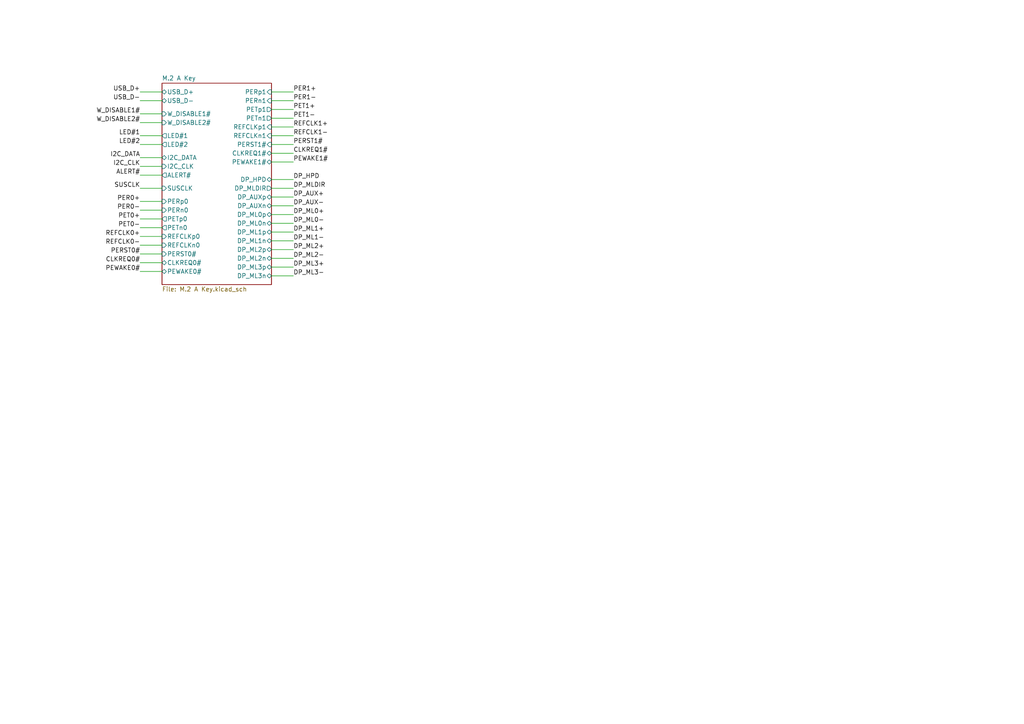
<source format=kicad_sch>
(kicad_sch
	(version 20250114)
	(generator "eeschema")
	(generator_version "9.0")
	(uuid "540e8a72-89ee-4807-aaa2-5d6c6cec308d")
	(paper "A4")
	(lib_symbols)
	(wire
		(pts
			(xy 40.64 60.96) (xy 46.99 60.96)
		)
		(stroke
			(width 0)
			(type default)
		)
		(uuid "003b3693-6e0f-4328-87ed-fa04fa22ed54")
	)
	(wire
		(pts
			(xy 40.64 33.02) (xy 46.99 33.02)
		)
		(stroke
			(width 0)
			(type default)
		)
		(uuid "010b15bd-dbc0-4a71-9ec5-f9d28c2f3f6d")
	)
	(wire
		(pts
			(xy 78.74 41.91) (xy 85.09 41.91)
		)
		(stroke
			(width 0)
			(type default)
		)
		(uuid "033b5d14-e31f-4dfb-b476-48cef3dbdc24")
	)
	(wire
		(pts
			(xy 78.74 64.77) (xy 85.09 64.77)
		)
		(stroke
			(width 0)
			(type default)
		)
		(uuid "188fcd05-29d7-498c-b30e-54dd079b2a71")
	)
	(wire
		(pts
			(xy 78.74 67.31) (xy 85.09 67.31)
		)
		(stroke
			(width 0)
			(type default)
		)
		(uuid "22c82816-f6d9-4ec8-bd2f-ce6065f2608c")
	)
	(wire
		(pts
			(xy 78.74 39.37) (xy 85.09 39.37)
		)
		(stroke
			(width 0)
			(type default)
		)
		(uuid "27e5b0fd-cf0f-4d84-9dda-1685f1751a5a")
	)
	(wire
		(pts
			(xy 78.74 74.93) (xy 85.09 74.93)
		)
		(stroke
			(width 0)
			(type default)
		)
		(uuid "3347419b-b0e2-415d-bdf5-bf71ca28bec6")
	)
	(wire
		(pts
			(xy 78.74 26.67) (xy 85.09 26.67)
		)
		(stroke
			(width 0)
			(type default)
		)
		(uuid "35b90a77-9c9d-4a89-8e19-9e761e84856d")
	)
	(wire
		(pts
			(xy 40.64 68.58) (xy 46.99 68.58)
		)
		(stroke
			(width 0)
			(type default)
		)
		(uuid "3a2cf90e-8d56-428e-8270-27b34551de33")
	)
	(wire
		(pts
			(xy 78.74 36.83) (xy 85.09 36.83)
		)
		(stroke
			(width 0)
			(type default)
		)
		(uuid "3b9d1a79-474b-4c31-926c-a23da8bdb60f")
	)
	(wire
		(pts
			(xy 40.64 71.12) (xy 46.99 71.12)
		)
		(stroke
			(width 0)
			(type default)
		)
		(uuid "3c60ffd1-7969-4eee-a7bb-b7c9ca70d34d")
	)
	(wire
		(pts
			(xy 78.74 29.21) (xy 85.09 29.21)
		)
		(stroke
			(width 0)
			(type default)
		)
		(uuid "3efac917-270e-4f57-bd73-062fddd674b8")
	)
	(wire
		(pts
			(xy 40.64 78.74) (xy 46.99 78.74)
		)
		(stroke
			(width 0)
			(type default)
		)
		(uuid "3f14a9ce-025d-4b4f-bcde-9c4a5a0e0654")
	)
	(wire
		(pts
			(xy 40.64 63.5) (xy 46.99 63.5)
		)
		(stroke
			(width 0)
			(type default)
		)
		(uuid "42a8144c-e9b3-4f76-9cab-3557ce6dc0c5")
	)
	(wire
		(pts
			(xy 78.74 34.29) (xy 85.09 34.29)
		)
		(stroke
			(width 0)
			(type default)
		)
		(uuid "43d2675a-2233-4806-800d-4591dd40bd3b")
	)
	(wire
		(pts
			(xy 40.64 48.26) (xy 46.99 48.26)
		)
		(stroke
			(width 0)
			(type default)
		)
		(uuid "46cdd7bb-3b06-4d38-acfa-8c812cf2262b")
	)
	(wire
		(pts
			(xy 78.74 54.61) (xy 85.09 54.61)
		)
		(stroke
			(width 0)
			(type default)
		)
		(uuid "478829f7-a8fc-457b-bb16-5c8e1b3f9cf8")
	)
	(wire
		(pts
			(xy 40.64 50.8) (xy 46.99 50.8)
		)
		(stroke
			(width 0)
			(type default)
		)
		(uuid "4c049cdd-964b-405f-bd65-c50fd5203642")
	)
	(wire
		(pts
			(xy 40.64 73.66) (xy 46.99 73.66)
		)
		(stroke
			(width 0)
			(type default)
		)
		(uuid "4c16417b-bee0-4473-9773-8e298ddd3519")
	)
	(wire
		(pts
			(xy 40.64 39.37) (xy 46.99 39.37)
		)
		(stroke
			(width 0)
			(type default)
		)
		(uuid "4c51e2b2-95ce-4c12-b900-8fb51c2ef1d8")
	)
	(wire
		(pts
			(xy 40.64 58.42) (xy 46.99 58.42)
		)
		(stroke
			(width 0)
			(type default)
		)
		(uuid "6b819e2d-0ebf-42cd-9ac1-51bfbd74daa6")
	)
	(wire
		(pts
			(xy 40.64 76.2) (xy 46.99 76.2)
		)
		(stroke
			(width 0)
			(type default)
		)
		(uuid "7d740589-3280-4bc3-8836-c594778b2bfd")
	)
	(wire
		(pts
			(xy 78.74 77.47) (xy 85.09 77.47)
		)
		(stroke
			(width 0)
			(type default)
		)
		(uuid "82f51edd-52d4-49a4-9fcb-49ea75a7a814")
	)
	(wire
		(pts
			(xy 78.74 46.99) (xy 85.09 46.99)
		)
		(stroke
			(width 0)
			(type default)
		)
		(uuid "83c45c52-f0dc-4ac0-a19b-5a062b03b2d2")
	)
	(wire
		(pts
			(xy 40.64 35.56) (xy 46.99 35.56)
		)
		(stroke
			(width 0)
			(type default)
		)
		(uuid "86f51503-ef1c-45a7-a4a7-bb84445e24e8")
	)
	(wire
		(pts
			(xy 78.74 80.01) (xy 85.09 80.01)
		)
		(stroke
			(width 0)
			(type default)
		)
		(uuid "8b09d75b-cd6b-40a1-aba3-6ce626ffca8c")
	)
	(wire
		(pts
			(xy 78.74 62.23) (xy 85.09 62.23)
		)
		(stroke
			(width 0)
			(type default)
		)
		(uuid "8e962b51-4bc0-45cf-9d2f-19d3c0e54c21")
	)
	(wire
		(pts
			(xy 78.74 44.45) (xy 85.09 44.45)
		)
		(stroke
			(width 0)
			(type default)
		)
		(uuid "a186f048-98f8-4a74-8277-40a9d021be14")
	)
	(wire
		(pts
			(xy 40.64 29.21) (xy 46.99 29.21)
		)
		(stroke
			(width 0)
			(type default)
		)
		(uuid "a7d5c508-41d9-48ac-9bfe-b0a873621c44")
	)
	(wire
		(pts
			(xy 78.74 57.15) (xy 85.09 57.15)
		)
		(stroke
			(width 0)
			(type default)
		)
		(uuid "b006b475-4883-4ec4-9590-cb45ffba9512")
	)
	(wire
		(pts
			(xy 40.64 41.91) (xy 46.99 41.91)
		)
		(stroke
			(width 0)
			(type default)
		)
		(uuid "b70cf330-7eb6-4fdb-9ce3-d9b2122149d7")
	)
	(wire
		(pts
			(xy 78.74 31.75) (xy 85.09 31.75)
		)
		(stroke
			(width 0)
			(type default)
		)
		(uuid "c247160b-49d8-4496-8a2b-c7735b50f109")
	)
	(wire
		(pts
			(xy 78.74 52.07) (xy 85.09 52.07)
		)
		(stroke
			(width 0)
			(type default)
		)
		(uuid "c77efa38-7f52-4013-b906-b6b226572238")
	)
	(wire
		(pts
			(xy 40.64 54.61) (xy 46.99 54.61)
		)
		(stroke
			(width 0)
			(type default)
		)
		(uuid "c98862df-3e16-4198-ab04-ab388c3b6c8a")
	)
	(wire
		(pts
			(xy 40.64 26.67) (xy 46.99 26.67)
		)
		(stroke
			(width 0)
			(type default)
		)
		(uuid "cab8f3ef-03ed-4728-b59a-f3cfecaf14ba")
	)
	(wire
		(pts
			(xy 78.74 72.39) (xy 85.09 72.39)
		)
		(stroke
			(width 0)
			(type default)
		)
		(uuid "ce0ff725-f59a-474b-a290-a14ee2fbb1c8")
	)
	(wire
		(pts
			(xy 78.74 69.85) (xy 85.09 69.85)
		)
		(stroke
			(width 0)
			(type default)
		)
		(uuid "ce89e179-380a-4e2b-be20-f2db8cec6976")
	)
	(wire
		(pts
			(xy 40.64 45.72) (xy 46.99 45.72)
		)
		(stroke
			(width 0)
			(type default)
		)
		(uuid "d30f2c37-b220-49f8-887a-c94f6d681e3f")
	)
	(wire
		(pts
			(xy 40.64 66.04) (xy 46.99 66.04)
		)
		(stroke
			(width 0)
			(type default)
		)
		(uuid "e2e9bc69-eca1-4cb3-8085-6c26b4752a2d")
	)
	(wire
		(pts
			(xy 78.74 59.69) (xy 85.09 59.69)
		)
		(stroke
			(width 0)
			(type default)
		)
		(uuid "e30abe76-37d0-47d8-88ec-12e1b0ac4be4")
	)
	(label "CLKREQ1#"
		(at 85.09 44.45 0)
		(effects
			(font
				(size 1.27 1.27)
			)
			(justify left bottom)
		)
		(uuid "04e0167b-43c1-427a-b2f1-3792ad00c9ad")
	)
	(label "DP_ML1-"
		(at 85.09 69.85 0)
		(effects
			(font
				(size 1.27 1.27)
			)
			(justify left bottom)
		)
		(uuid "0d63b623-d878-40da-a8ae-cc8b8a786c7b")
	)
	(label "W_DISABLE2#"
		(at 40.64 35.56 180)
		(effects
			(font
				(size 1.27 1.27)
			)
			(justify right bottom)
		)
		(uuid "13d5f856-b397-4958-9a3c-8769c73ee17c")
	)
	(label "USB_D+"
		(at 40.64 26.67 180)
		(effects
			(font
				(size 1.27 1.27)
			)
			(justify right bottom)
		)
		(uuid "20d8ac86-8808-4dc2-8264-34dd1400949e")
	)
	(label "DP_AUX-"
		(at 85.09 59.69 0)
		(effects
			(font
				(size 1.27 1.27)
			)
			(justify left bottom)
		)
		(uuid "2301345c-9c33-4b29-a2f0-b9214c96c0aa")
	)
	(label "ALERT#"
		(at 40.64 50.8 180)
		(effects
			(font
				(size 1.27 1.27)
			)
			(justify right bottom)
		)
		(uuid "246f08a3-961d-4038-828a-eba0239ca686")
	)
	(label "DP_AUX+"
		(at 85.09 57.15 0)
		(effects
			(font
				(size 1.27 1.27)
			)
			(justify left bottom)
		)
		(uuid "2f2ffa54-85f2-4c54-8f69-d114df985ca6")
	)
	(label "PERST1#"
		(at 85.09 41.91 0)
		(effects
			(font
				(size 1.27 1.27)
			)
			(justify left bottom)
		)
		(uuid "383ecbf8-2c97-4e6c-b3dc-d23bcc34ce0d")
	)
	(label "DP_ML2-"
		(at 85.09 74.93 0)
		(effects
			(font
				(size 1.27 1.27)
			)
			(justify left bottom)
		)
		(uuid "388fdb3e-82fd-47eb-8437-44b0dab9d709")
	)
	(label "CLKREQ0#"
		(at 40.64 76.2 180)
		(effects
			(font
				(size 1.27 1.27)
			)
			(justify right bottom)
		)
		(uuid "3bfe5d5d-4b79-4ee7-b243-79d11261b5b0")
	)
	(label "REFCLK1+"
		(at 85.09 36.83 0)
		(effects
			(font
				(size 1.27 1.27)
			)
			(justify left bottom)
		)
		(uuid "3e1e6331-359d-4316-820f-fa302eeaedb0")
	)
	(label "PER1+"
		(at 85.09 26.67 0)
		(effects
			(font
				(size 1.27 1.27)
			)
			(justify left bottom)
		)
		(uuid "444bd2b2-eee3-4b5d-9a49-c9cd7754f782")
	)
	(label "USB_D-"
		(at 40.64 29.21 180)
		(effects
			(font
				(size 1.27 1.27)
			)
			(justify right bottom)
		)
		(uuid "4cda4da9-93f2-4b7b-bcba-ad10baed7787")
	)
	(label "LED#2"
		(at 40.64 41.91 180)
		(effects
			(font
				(size 1.27 1.27)
			)
			(justify right bottom)
		)
		(uuid "5368c273-689e-429e-832c-f93d67a64d0c")
	)
	(label "DP_ML2+"
		(at 85.09 72.39 0)
		(effects
			(font
				(size 1.27 1.27)
			)
			(justify left bottom)
		)
		(uuid "5ada330c-061d-463b-98d3-146ef9e4db21")
	)
	(label "PEWAKE1#"
		(at 85.09 46.99 0)
		(effects
			(font
				(size 1.27 1.27)
			)
			(justify left bottom)
		)
		(uuid "5b5f323c-0090-48e7-b583-9fdada49b408")
	)
	(label "DP_ML3-"
		(at 85.09 80.01 0)
		(effects
			(font
				(size 1.27 1.27)
			)
			(justify left bottom)
		)
		(uuid "5c78fab2-28c6-4240-92b4-105373e18416")
	)
	(label "DP_ML0-"
		(at 85.09 64.77 0)
		(effects
			(font
				(size 1.27 1.27)
			)
			(justify left bottom)
		)
		(uuid "5c7c8d95-b416-4e66-bb77-5ee5a168b708")
	)
	(label "DP_ML0+"
		(at 85.09 62.23 0)
		(effects
			(font
				(size 1.27 1.27)
			)
			(justify left bottom)
		)
		(uuid "5dfbd119-b67d-4686-bd0a-34eb68e3a8ff")
	)
	(label "PER0+"
		(at 40.64 58.42 180)
		(effects
			(font
				(size 1.27 1.27)
			)
			(justify right bottom)
		)
		(uuid "6ae9176d-68cb-4982-8b01-612fbf1f4852")
	)
	(label "PET1+"
		(at 85.09 31.75 0)
		(effects
			(font
				(size 1.27 1.27)
			)
			(justify left bottom)
		)
		(uuid "6f44abac-3b5b-42c3-ad21-d8cda68cd0b9")
	)
	(label "W_DISABLE1#"
		(at 40.64 33.02 180)
		(effects
			(font
				(size 1.27 1.27)
			)
			(justify right bottom)
		)
		(uuid "73988980-50ac-4702-be4e-1aef7a0eb6d0")
	)
	(label "REFCLK0+"
		(at 40.64 68.58 180)
		(effects
			(font
				(size 1.27 1.27)
			)
			(justify right bottom)
		)
		(uuid "784b3995-cdfa-48d0-930e-1853b00f1dde")
	)
	(label "PEWAKE0#"
		(at 40.64 78.74 180)
		(effects
			(font
				(size 1.27 1.27)
			)
			(justify right bottom)
		)
		(uuid "8c9846f2-0183-46ee-b4ff-b69132523929")
	)
	(label "REFCLK1-"
		(at 85.09 39.37 0)
		(effects
			(font
				(size 1.27 1.27)
			)
			(justify left bottom)
		)
		(uuid "8f413730-4cca-4a5f-aae2-df1640d36f2e")
	)
	(label "REFCLK0-"
		(at 40.64 71.12 180)
		(effects
			(font
				(size 1.27 1.27)
			)
			(justify right bottom)
		)
		(uuid "9353bede-d650-4ab2-9707-e20558697c4e")
	)
	(label "DP_MLDIR"
		(at 85.09 54.61 0)
		(effects
			(font
				(size 1.27 1.27)
			)
			(justify left bottom)
		)
		(uuid "a852b6ba-729d-4177-aa8b-439439584b5f")
	)
	(label "I2C_DATA"
		(at 40.64 45.72 180)
		(effects
			(font
				(size 1.27 1.27)
			)
			(justify right bottom)
		)
		(uuid "a9a8284c-063f-4d26-8ba5-e5682cf436b7")
	)
	(label "SUSCLK"
		(at 40.64 54.61 180)
		(effects
			(font
				(size 1.27 1.27)
			)
			(justify right bottom)
		)
		(uuid "af5b1c5d-057e-42ad-8c46-d998deaa327b")
	)
	(label "DP_HPD"
		(at 85.09 52.07 0)
		(effects
			(font
				(size 1.27 1.27)
			)
			(justify left bottom)
		)
		(uuid "bf5c243b-eac4-47e0-865a-f8499b0380ca")
	)
	(label "I2C_CLK"
		(at 40.64 48.26 180)
		(effects
			(font
				(size 1.27 1.27)
			)
			(justify right bottom)
		)
		(uuid "c36dcb21-1f91-42d8-9da7-83dcea331e78")
	)
	(label "DP_ML3+"
		(at 85.09 77.47 0)
		(effects
			(font
				(size 1.27 1.27)
			)
			(justify left bottom)
		)
		(uuid "c84331e4-cf3d-4cb4-b5dd-1d33b450e474")
	)
	(label "PERST0#"
		(at 40.64 73.66 180)
		(effects
			(font
				(size 1.27 1.27)
			)
			(justify right bottom)
		)
		(uuid "c9eb2bc8-4208-440c-8ed6-855077049aa9")
	)
	(label "LED#1"
		(at 40.64 39.37 180)
		(effects
			(font
				(size 1.27 1.27)
			)
			(justify right bottom)
		)
		(uuid "cba148b2-4029-4c9c-a173-1dfaadc2dde7")
	)
	(label "PET0+"
		(at 40.64 63.5 180)
		(effects
			(font
				(size 1.27 1.27)
			)
			(justify right bottom)
		)
		(uuid "d639b230-577c-42a0-8011-5979b9109155")
	)
	(label "PER1-"
		(at 85.09 29.21 0)
		(effects
			(font
				(size 1.27 1.27)
			)
			(justify left bottom)
		)
		(uuid "ee5411dc-4630-40b6-9229-ea0fd10fef6a")
	)
	(label "PET1-"
		(at 85.09 34.29 0)
		(effects
			(font
				(size 1.27 1.27)
			)
			(justify left bottom)
		)
		(uuid "f341ba99-6694-405f-b0fd-a26d8c92f45b")
	)
	(label "PER0-"
		(at 40.64 60.96 180)
		(effects
			(font
				(size 1.27 1.27)
			)
			(justify right bottom)
		)
		(uuid "f76b4148-b16f-480a-a2d7-145645bb6e92")
	)
	(label "DP_ML1+"
		(at 85.09 67.31 0)
		(effects
			(font
				(size 1.27 1.27)
			)
			(justify left bottom)
		)
		(uuid "fb05f11b-b126-45aa-82af-1f2099d82a3d")
	)
	(label "PET0-"
		(at 40.64 66.04 180)
		(effects
			(font
				(size 1.27 1.27)
			)
			(justify right bottom)
		)
		(uuid "fe14a870-073a-416d-910d-6d0de6102285")
	)
	(sheet
		(at 46.99 24.13)
		(size 31.75 58.42)
		(exclude_from_sim no)
		(in_bom yes)
		(on_board yes)
		(dnp no)
		(fields_autoplaced yes)
		(stroke
			(width 0.1524)
			(type solid)
		)
		(fill
			(color 0 0 0 0.0000)
		)
		(uuid "6a934661-433b-4364-b7d9-86a36dc44459")
		(property "Sheetname" "M.2 A Key"
			(at 46.99 23.4184 0)
			(effects
				(font
					(size 1.27 1.27)
				)
				(justify left bottom)
			)
		)
		(property "Sheetfile" "M.2 A Key.kicad_sch"
			(at 46.99 83.1346 0)
			(effects
				(font
					(size 1.27 1.27)
				)
				(justify left top)
			)
		)
		(pin "USB_D+" bidirectional
			(at 46.99 26.67 180)
			(uuid "038edac0-8af0-42b5-99f7-85cbebbfc3a5")
			(effects
				(font
					(size 1.27 1.27)
				)
				(justify left)
			)
		)
		(pin "USB_D-" bidirectional
			(at 46.99 29.21 180)
			(uuid "a79d0085-cbcb-436e-9825-513474b311ab")
			(effects
				(font
					(size 1.27 1.27)
				)
				(justify left)
			)
		)
		(pin "W_DISABLE1#" input
			(at 46.99 33.02 180)
			(uuid "07cad8ee-4803-46cd-ab9c-93d7ef209fa1")
			(effects
				(font
					(size 1.27 1.27)
				)
				(justify left)
			)
		)
		(pin "W_DISABLE2#" input
			(at 46.99 35.56 180)
			(uuid "23c484ea-9143-402c-9256-5e4d766557fa")
			(effects
				(font
					(size 1.27 1.27)
				)
				(justify left)
			)
		)
		(pin "LED#1" output
			(at 46.99 39.37 180)
			(uuid "139101b6-9039-417e-be07-8129264f95db")
			(effects
				(font
					(size 1.27 1.27)
				)
				(justify left)
			)
		)
		(pin "LED#2" output
			(at 46.99 41.91 180)
			(uuid "a8a29ce8-ca4a-41b4-a34b-da52676d6898")
			(effects
				(font
					(size 1.27 1.27)
				)
				(justify left)
			)
		)
		(pin "I2C_DATA" bidirectional
			(at 46.99 45.72 180)
			(uuid "a54f56ba-6ca5-4748-be98-3d42b84c7e02")
			(effects
				(font
					(size 1.27 1.27)
				)
				(justify left)
			)
		)
		(pin "I2C_CLK" input
			(at 46.99 48.26 180)
			(uuid "53ecc3b1-23bb-4c1b-b8e2-ff090d7e7fed")
			(effects
				(font
					(size 1.27 1.27)
				)
				(justify left)
			)
		)
		(pin "ALERT#" output
			(at 46.99 50.8 180)
			(uuid "be90f8a4-5605-40ba-a294-5729338a115d")
			(effects
				(font
					(size 1.27 1.27)
				)
				(justify left)
			)
		)
		(pin "SUSCLK" input
			(at 46.99 54.61 180)
			(uuid "077f22eb-d43e-4d57-b905-f304f4fc9df2")
			(effects
				(font
					(size 1.27 1.27)
				)
				(justify left)
			)
		)
		(pin "PERp0" input
			(at 46.99 58.42 180)
			(uuid "5f569019-ca67-4cab-afe5-a089c7aa318b")
			(effects
				(font
					(size 1.27 1.27)
				)
				(justify left)
			)
		)
		(pin "PERn0" input
			(at 46.99 60.96 180)
			(uuid "252360dc-5ecd-46bb-9216-38b55254e2d3")
			(effects
				(font
					(size 1.27 1.27)
				)
				(justify left)
			)
		)
		(pin "PERST0#" input
			(at 46.99 73.66 180)
			(uuid "0d3bd00e-7bdc-402b-bf05-d498d0681fbd")
			(effects
				(font
					(size 1.27 1.27)
				)
				(justify left)
			)
		)
		(pin "CLKREQ0#" bidirectional
			(at 46.99 76.2 180)
			(uuid "32714fec-a819-4190-b2c1-3264e79d54dd")
			(effects
				(font
					(size 1.27 1.27)
				)
				(justify left)
			)
		)
		(pin "PETn0" output
			(at 46.99 66.04 180)
			(uuid "55d7a01c-d420-4ca9-9a31-60258e0a3692")
			(effects
				(font
					(size 1.27 1.27)
				)
				(justify left)
			)
		)
		(pin "PETp0" output
			(at 46.99 63.5 180)
			(uuid "30ed3e6f-1392-427f-a7b9-b0095d0ba25d")
			(effects
				(font
					(size 1.27 1.27)
				)
				(justify left)
			)
		)
		(pin "REFCLKp0" input
			(at 46.99 68.58 180)
			(uuid "61a9a6c1-4a40-4c96-9d49-5926bf333c8c")
			(effects
				(font
					(size 1.27 1.27)
				)
				(justify left)
			)
		)
		(pin "PEWAKE0#" bidirectional
			(at 46.99 78.74 180)
			(uuid "345a99f6-5033-412e-a49a-d3c155e7c85c")
			(effects
				(font
					(size 1.27 1.27)
				)
				(justify left)
			)
		)
		(pin "REFCLKn0" input
			(at 46.99 71.12 180)
			(uuid "879b158a-b5ba-447a-8f0c-159467447ed6")
			(effects
				(font
					(size 1.27 1.27)
				)
				(justify left)
			)
		)
		(pin "PEWAKE1#" bidirectional
			(at 78.74 46.99 0)
			(uuid "f98e9cc8-1dde-4400-bcca-64a16d402e97")
			(effects
				(font
					(size 1.27 1.27)
				)
				(justify right)
			)
		)
		(pin "PETp1" output
			(at 78.74 31.75 0)
			(uuid "cf5767ea-b994-4dda-a33c-075e3ab9c12e")
			(effects
				(font
					(size 1.27 1.27)
				)
				(justify right)
			)
		)
		(pin "PERn1" input
			(at 78.74 29.21 0)
			(uuid "1061d211-ee17-4dff-a45d-643d379893db")
			(effects
				(font
					(size 1.27 1.27)
				)
				(justify right)
			)
		)
		(pin "REFCLKp1" input
			(at 78.74 36.83 0)
			(uuid "9ec2d16a-ce7c-42f9-b7f4-dd864e251366")
			(effects
				(font
					(size 1.27 1.27)
				)
				(justify right)
			)
		)
		(pin "PERp1" input
			(at 78.74 26.67 0)
			(uuid "3a8a3db2-25e7-4340-b472-79f75e373f28")
			(effects
				(font
					(size 1.27 1.27)
				)
				(justify right)
			)
		)
		(pin "PETn1" output
			(at 78.74 34.29 0)
			(uuid "3959b4f9-a549-468c-bee4-a261926449be")
			(effects
				(font
					(size 1.27 1.27)
				)
				(justify right)
			)
		)
		(pin "REFCLKn1" input
			(at 78.74 39.37 0)
			(uuid "40f6684d-ab59-42de-add2-df5083cf581a")
			(effects
				(font
					(size 1.27 1.27)
				)
				(justify right)
			)
		)
		(pin "PERST1#" input
			(at 78.74 41.91 0)
			(uuid "9986f138-006e-43cc-af2b-59e7cb42d01b")
			(effects
				(font
					(size 1.27 1.27)
				)
				(justify right)
			)
		)
		(pin "CLKREQ1#" bidirectional
			(at 78.74 44.45 0)
			(uuid "23e26ac3-a7d2-4645-b86d-b34bf58a549c")
			(effects
				(font
					(size 1.27 1.27)
				)
				(justify right)
			)
		)
		(pin "DP_HPD" bidirectional
			(at 78.74 52.07 0)
			(uuid "3d730783-781d-4c9a-8354-83bfbbb31ad7")
			(effects
				(font
					(size 1.27 1.27)
				)
				(justify right)
			)
		)
		(pin "DP_MLDIR" output
			(at 78.74 54.61 0)
			(uuid "361f8fb7-9c97-4cf3-86c8-a82e3d0ae3dd")
			(effects
				(font
					(size 1.27 1.27)
				)
				(justify right)
			)
		)
		(pin "DP_AUXp" bidirectional
			(at 78.74 57.15 0)
			(uuid "6ebbaafa-d6d1-4ee8-8cdd-86f166d85ffb")
			(effects
				(font
					(size 1.27 1.27)
				)
				(justify right)
			)
		)
		(pin "DP_AUXn" bidirectional
			(at 78.74 59.69 0)
			(uuid "1ca036db-fd4a-44cd-b812-ffac8e2d1ad9")
			(effects
				(font
					(size 1.27 1.27)
				)
				(justify right)
			)
		)
		(pin "DP_ML0n" bidirectional
			(at 78.74 64.77 0)
			(uuid "f441279a-5298-4f72-95cb-788a8f012a02")
			(effects
				(font
					(size 1.27 1.27)
				)
				(justify right)
			)
		)
		(pin "DP_ML0p" bidirectional
			(at 78.74 62.23 0)
			(uuid "709d20f0-1abe-4ba3-befb-139cfb7c9a85")
			(effects
				(font
					(size 1.27 1.27)
				)
				(justify right)
			)
		)
		(pin "DP_ML1p" bidirectional
			(at 78.74 67.31 0)
			(uuid "e65e2263-170a-4a06-a342-1440efd6eaee")
			(effects
				(font
					(size 1.27 1.27)
				)
				(justify right)
			)
		)
		(pin "DP_ML1n" bidirectional
			(at 78.74 69.85 0)
			(uuid "7a3fee38-457d-4784-a3fd-5b5df64c0171")
			(effects
				(font
					(size 1.27 1.27)
				)
				(justify right)
			)
		)
		(pin "DP_ML2p" bidirectional
			(at 78.74 72.39 0)
			(uuid "33d51f0d-2ef0-4203-bdcd-6adc53a3c04d")
			(effects
				(font
					(size 1.27 1.27)
				)
				(justify right)
			)
		)
		(pin "DP_ML2n" bidirectional
			(at 78.74 74.93 0)
			(uuid "8d2de437-44e8-4dd4-8c65-ff5bc66d2f16")
			(effects
				(font
					(size 1.27 1.27)
				)
				(justify right)
			)
		)
		(pin "DP_ML3p" bidirectional
			(at 78.74 77.47 0)
			(uuid "33e54ee7-a96c-4c44-a251-352bbdc732c9")
			(effects
				(font
					(size 1.27 1.27)
				)
				(justify right)
			)
		)
		(pin "DP_ML3n" bidirectional
			(at 78.74 80.01 0)
			(uuid "a8b863b1-62d2-4914-934f-21b0a70d3403")
			(effects
				(font
					(size 1.27 1.27)
				)
				(justify right)
			)
		)
		(instances
			(project "M.2 A Key 2230"
				(path "/540e8a72-89ee-4807-aaa2-5d6c6cec308d"
					(page "2")
				)
			)
		)
	)
	(sheet_instances
		(path "/"
			(page "1")
		)
	)
	(embedded_fonts no)
)

</source>
